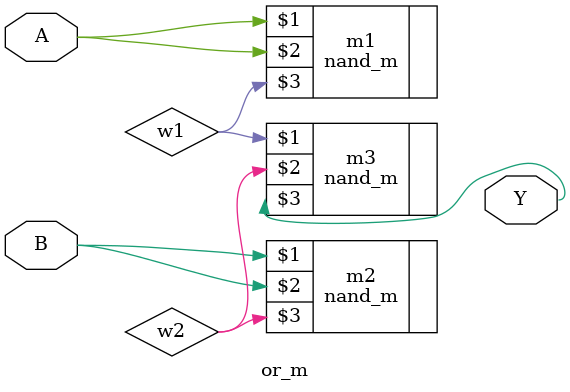
<source format=v>
module or_m(A,B,Y);

input A,B;
output Y;

wire w1;

nand_m m1(A,A,w1);
nand_m m2(B,B,w2);
nand_m m3(w1,w2,Y);

endmodule

</source>
